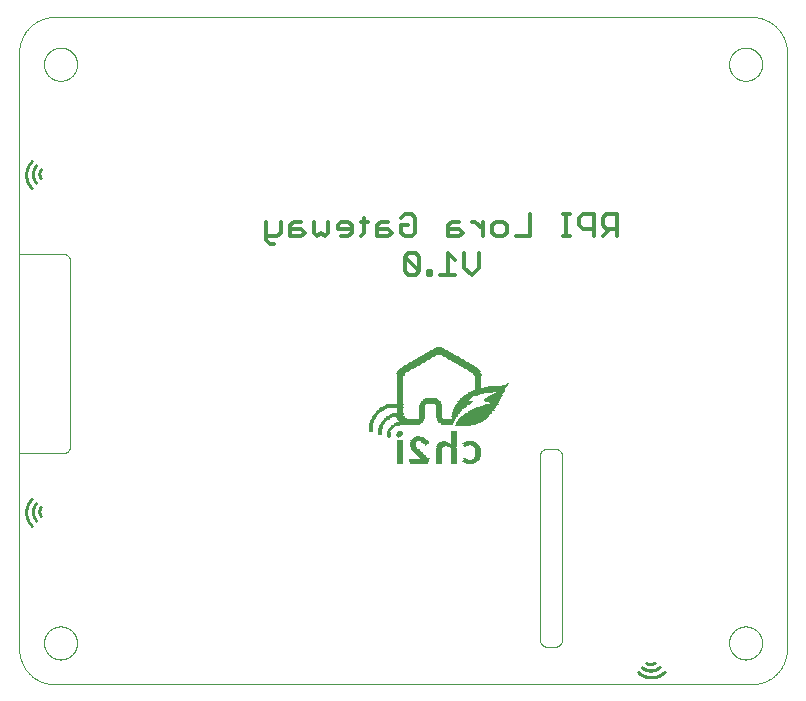
<source format=gbo>
G75*
%MOIN*%
%OFA0B0*%
%FSLAX25Y25*%
%IPPOS*%
%LPD*%
%AMOC8*
5,1,8,0,0,1.08239X$1,22.5*
%
%ADD10C,0.00000*%
%ADD11C,0.01300*%
%ADD12C,0.01000*%
%ADD13R,0.02990X0.00250*%
%ADD14R,0.02010X0.00250*%
%ADD15R,0.01990X0.00250*%
%ADD16R,0.06250X0.00250*%
%ADD17R,0.02000X0.00250*%
%ADD18R,0.03990X0.00250*%
%ADD19R,0.04750X0.00250*%
%ADD20R,0.05000X0.00250*%
%ADD21R,0.06500X0.00250*%
%ADD22R,0.05240X0.00250*%
%ADD23R,0.02500X0.00250*%
%ADD24R,0.01490X0.00250*%
%ADD25R,0.02240X0.00250*%
%ADD26R,0.00750X0.00250*%
%ADD27R,0.03010X0.00250*%
%ADD28R,0.00500X0.00250*%
%ADD29R,0.02760X0.00250*%
%ADD30R,0.01750X0.00250*%
%ADD31R,0.02510X0.00250*%
%ADD32R,0.02490X0.00250*%
%ADD33R,0.02260X0.00250*%
%ADD34R,0.00250X0.00250*%
%ADD35R,0.00740X0.00250*%
%ADD36R,0.03000X0.00250*%
%ADD37R,0.02750X0.00250*%
%ADD38R,0.01740X0.00250*%
%ADD39R,0.04990X0.00250*%
%ADD40R,0.00760X0.00250*%
%ADD41R,0.04000X0.00250*%
%ADD42R,0.01260X0.00250*%
%ADD43R,0.03500X0.00250*%
%ADD44R,0.01760X0.00250*%
%ADD45R,0.03740X0.00250*%
%ADD46R,0.02740X0.00250*%
%ADD47R,0.01510X0.00250*%
%ADD48R,0.05750X0.00250*%
%ADD49R,0.05250X0.00250*%
%ADD50R,0.04250X0.00250*%
%ADD51R,0.03490X0.00250*%
%ADD52R,0.01250X0.00250*%
%ADD53R,0.01010X0.00250*%
%ADD54R,0.02250X0.00250*%
%ADD55R,0.01500X0.00250*%
%ADD56R,0.01000X0.00250*%
%ADD57R,0.06740X0.00250*%
%ADD58R,0.03750X0.00250*%
%ADD59R,0.08990X0.00250*%
%ADD60R,0.07490X0.00250*%
%ADD61R,0.09000X0.00250*%
%ADD62R,0.07740X0.00250*%
%ADD63R,0.04500X0.00250*%
%ADD64R,0.08750X0.00250*%
%ADD65R,0.08240X0.00250*%
%ADD66R,0.05010X0.00250*%
%ADD67R,0.08000X0.00250*%
%ADD68R,0.08510X0.00250*%
%ADD69R,0.05260X0.00250*%
%ADD70R,0.08250X0.00250*%
%ADD71R,0.08500X0.00250*%
%ADD72R,0.04260X0.00250*%
%ADD73R,0.09010X0.00250*%
%ADD74R,0.03250X0.00250*%
%ADD75R,0.01240X0.00250*%
%ADD76R,0.05490X0.00250*%
%ADD77R,0.04490X0.00250*%
%ADD78R,0.08740X0.00250*%
%ADD79R,0.08010X0.00250*%
%ADD80R,0.07750X0.00250*%
%ADD81R,0.07240X0.00250*%
%ADD82R,0.07000X0.00250*%
%ADD83R,0.06760X0.00250*%
%ADD84R,0.06000X0.00250*%
%ADD85R,0.07250X0.00250*%
%ADD86R,0.05500X0.00250*%
%ADD87R,0.06750X0.00250*%
%ADD88R,0.04740X0.00250*%
%ADD89R,0.03260X0.00250*%
%ADD90R,0.05510X0.00250*%
%ADD91R,0.04010X0.00250*%
%ADD92R,0.04510X0.00250*%
%ADD93R,0.06510X0.00250*%
%ADD94R,0.11010X0.00250*%
%ADD95R,0.10490X0.00250*%
%ADD96R,0.10000X0.00250*%
%ADD97R,0.10250X0.00250*%
%ADD98R,0.07260X0.00250*%
%ADD99R,0.06010X0.00250*%
%ADD100R,0.00510X0.00250*%
%ADD101R,0.03760X0.00250*%
%ADD102R,0.04240X0.00250*%
%ADD103R,0.04760X0.00250*%
%ADD104R,0.10260X0.00250*%
%ADD105R,0.09240X0.00250*%
%ADD106R,0.05740X0.00250*%
D10*
X0067595Y0040744D02*
X0067595Y0239563D01*
X0067598Y0239848D01*
X0067609Y0240134D01*
X0067626Y0240419D01*
X0067650Y0240703D01*
X0067681Y0240987D01*
X0067719Y0241270D01*
X0067764Y0241551D01*
X0067815Y0241832D01*
X0067873Y0242112D01*
X0067938Y0242390D01*
X0068010Y0242666D01*
X0068088Y0242940D01*
X0068173Y0243213D01*
X0068265Y0243483D01*
X0068363Y0243751D01*
X0068467Y0244017D01*
X0068578Y0244280D01*
X0068695Y0244540D01*
X0068818Y0244798D01*
X0068948Y0245052D01*
X0069084Y0245303D01*
X0069225Y0245551D01*
X0069373Y0245795D01*
X0069526Y0246036D01*
X0069686Y0246272D01*
X0069851Y0246505D01*
X0070021Y0246734D01*
X0070197Y0246959D01*
X0070379Y0247179D01*
X0070565Y0247395D01*
X0070757Y0247606D01*
X0070954Y0247813D01*
X0071156Y0248015D01*
X0071363Y0248212D01*
X0071574Y0248404D01*
X0071790Y0248590D01*
X0072010Y0248772D01*
X0072235Y0248948D01*
X0072464Y0249118D01*
X0072697Y0249283D01*
X0072933Y0249443D01*
X0073174Y0249596D01*
X0073418Y0249744D01*
X0073666Y0249885D01*
X0073917Y0250021D01*
X0074171Y0250151D01*
X0074429Y0250274D01*
X0074689Y0250391D01*
X0074952Y0250502D01*
X0075218Y0250606D01*
X0075486Y0250704D01*
X0075756Y0250796D01*
X0076029Y0250881D01*
X0076303Y0250959D01*
X0076579Y0251031D01*
X0076857Y0251096D01*
X0077137Y0251154D01*
X0077418Y0251205D01*
X0077699Y0251250D01*
X0077982Y0251288D01*
X0078266Y0251319D01*
X0078550Y0251343D01*
X0078835Y0251360D01*
X0079121Y0251371D01*
X0079406Y0251374D01*
X0311690Y0251374D01*
X0311975Y0251371D01*
X0312261Y0251360D01*
X0312546Y0251343D01*
X0312830Y0251319D01*
X0313114Y0251288D01*
X0313397Y0251250D01*
X0313678Y0251205D01*
X0313959Y0251154D01*
X0314239Y0251096D01*
X0314517Y0251031D01*
X0314793Y0250959D01*
X0315067Y0250881D01*
X0315340Y0250796D01*
X0315610Y0250704D01*
X0315878Y0250606D01*
X0316144Y0250502D01*
X0316407Y0250391D01*
X0316667Y0250274D01*
X0316925Y0250151D01*
X0317179Y0250021D01*
X0317430Y0249885D01*
X0317678Y0249744D01*
X0317922Y0249596D01*
X0318163Y0249443D01*
X0318399Y0249283D01*
X0318632Y0249118D01*
X0318861Y0248948D01*
X0319086Y0248772D01*
X0319306Y0248590D01*
X0319522Y0248404D01*
X0319733Y0248212D01*
X0319940Y0248015D01*
X0320142Y0247813D01*
X0320339Y0247606D01*
X0320531Y0247395D01*
X0320717Y0247179D01*
X0320899Y0246959D01*
X0321075Y0246734D01*
X0321245Y0246505D01*
X0321410Y0246272D01*
X0321570Y0246036D01*
X0321723Y0245795D01*
X0321871Y0245551D01*
X0322012Y0245303D01*
X0322148Y0245052D01*
X0322278Y0244798D01*
X0322401Y0244540D01*
X0322518Y0244280D01*
X0322629Y0244017D01*
X0322733Y0243751D01*
X0322831Y0243483D01*
X0322923Y0243213D01*
X0323008Y0242940D01*
X0323086Y0242666D01*
X0323158Y0242390D01*
X0323223Y0242112D01*
X0323281Y0241832D01*
X0323332Y0241551D01*
X0323377Y0241270D01*
X0323415Y0240987D01*
X0323446Y0240703D01*
X0323470Y0240419D01*
X0323487Y0240134D01*
X0323498Y0239848D01*
X0323501Y0239563D01*
X0323501Y0040744D01*
X0323498Y0040459D01*
X0323487Y0040173D01*
X0323470Y0039888D01*
X0323446Y0039604D01*
X0323415Y0039320D01*
X0323377Y0039037D01*
X0323332Y0038756D01*
X0323281Y0038475D01*
X0323223Y0038195D01*
X0323158Y0037917D01*
X0323086Y0037641D01*
X0323008Y0037367D01*
X0322923Y0037094D01*
X0322831Y0036824D01*
X0322733Y0036556D01*
X0322629Y0036290D01*
X0322518Y0036027D01*
X0322401Y0035767D01*
X0322278Y0035509D01*
X0322148Y0035255D01*
X0322012Y0035004D01*
X0321871Y0034756D01*
X0321723Y0034512D01*
X0321570Y0034271D01*
X0321410Y0034035D01*
X0321245Y0033802D01*
X0321075Y0033573D01*
X0320899Y0033348D01*
X0320717Y0033128D01*
X0320531Y0032912D01*
X0320339Y0032701D01*
X0320142Y0032494D01*
X0319940Y0032292D01*
X0319733Y0032095D01*
X0319522Y0031903D01*
X0319306Y0031717D01*
X0319086Y0031535D01*
X0318861Y0031359D01*
X0318632Y0031189D01*
X0318399Y0031024D01*
X0318163Y0030864D01*
X0317922Y0030711D01*
X0317678Y0030563D01*
X0317430Y0030422D01*
X0317179Y0030286D01*
X0316925Y0030156D01*
X0316667Y0030033D01*
X0316407Y0029916D01*
X0316144Y0029805D01*
X0315878Y0029701D01*
X0315610Y0029603D01*
X0315340Y0029511D01*
X0315067Y0029426D01*
X0314793Y0029348D01*
X0314517Y0029276D01*
X0314239Y0029211D01*
X0313959Y0029153D01*
X0313678Y0029102D01*
X0313397Y0029057D01*
X0313114Y0029019D01*
X0312830Y0028988D01*
X0312546Y0028964D01*
X0312261Y0028947D01*
X0311975Y0028936D01*
X0311690Y0028933D01*
X0079406Y0028933D01*
X0079121Y0028936D01*
X0078835Y0028947D01*
X0078550Y0028964D01*
X0078266Y0028988D01*
X0077982Y0029019D01*
X0077699Y0029057D01*
X0077418Y0029102D01*
X0077137Y0029153D01*
X0076857Y0029211D01*
X0076579Y0029276D01*
X0076303Y0029348D01*
X0076029Y0029426D01*
X0075756Y0029511D01*
X0075486Y0029603D01*
X0075218Y0029701D01*
X0074952Y0029805D01*
X0074689Y0029916D01*
X0074429Y0030033D01*
X0074171Y0030156D01*
X0073917Y0030286D01*
X0073666Y0030422D01*
X0073418Y0030563D01*
X0073174Y0030711D01*
X0072933Y0030864D01*
X0072697Y0031024D01*
X0072464Y0031189D01*
X0072235Y0031359D01*
X0072010Y0031535D01*
X0071790Y0031717D01*
X0071574Y0031903D01*
X0071363Y0032095D01*
X0071156Y0032292D01*
X0070954Y0032494D01*
X0070757Y0032701D01*
X0070565Y0032912D01*
X0070379Y0033128D01*
X0070197Y0033348D01*
X0070021Y0033573D01*
X0069851Y0033802D01*
X0069686Y0034035D01*
X0069526Y0034271D01*
X0069373Y0034512D01*
X0069225Y0034756D01*
X0069084Y0035004D01*
X0068948Y0035255D01*
X0068818Y0035509D01*
X0068695Y0035767D01*
X0068578Y0036027D01*
X0068467Y0036290D01*
X0068363Y0036556D01*
X0068265Y0036824D01*
X0068173Y0037094D01*
X0068088Y0037367D01*
X0068010Y0037641D01*
X0067938Y0037917D01*
X0067873Y0038195D01*
X0067815Y0038475D01*
X0067764Y0038756D01*
X0067719Y0039037D01*
X0067681Y0039320D01*
X0067650Y0039604D01*
X0067626Y0039888D01*
X0067609Y0040173D01*
X0067598Y0040459D01*
X0067595Y0040744D01*
X0075863Y0042713D02*
X0075865Y0042861D01*
X0075871Y0043009D01*
X0075881Y0043157D01*
X0075895Y0043304D01*
X0075913Y0043451D01*
X0075934Y0043597D01*
X0075960Y0043743D01*
X0075990Y0043888D01*
X0076023Y0044032D01*
X0076061Y0044175D01*
X0076102Y0044317D01*
X0076147Y0044458D01*
X0076195Y0044598D01*
X0076248Y0044737D01*
X0076304Y0044874D01*
X0076364Y0045009D01*
X0076427Y0045143D01*
X0076494Y0045275D01*
X0076565Y0045405D01*
X0076639Y0045533D01*
X0076716Y0045659D01*
X0076797Y0045783D01*
X0076881Y0045905D01*
X0076968Y0046024D01*
X0077059Y0046141D01*
X0077153Y0046256D01*
X0077249Y0046368D01*
X0077349Y0046478D01*
X0077451Y0046584D01*
X0077557Y0046688D01*
X0077665Y0046789D01*
X0077776Y0046887D01*
X0077889Y0046983D01*
X0078005Y0047075D01*
X0078123Y0047164D01*
X0078244Y0047249D01*
X0078367Y0047332D01*
X0078492Y0047411D01*
X0078619Y0047487D01*
X0078748Y0047559D01*
X0078879Y0047628D01*
X0079012Y0047693D01*
X0079147Y0047754D01*
X0079283Y0047812D01*
X0079420Y0047867D01*
X0079559Y0047917D01*
X0079700Y0047964D01*
X0079841Y0048007D01*
X0079984Y0048047D01*
X0080128Y0048082D01*
X0080272Y0048114D01*
X0080418Y0048141D01*
X0080564Y0048165D01*
X0080711Y0048185D01*
X0080858Y0048201D01*
X0081005Y0048213D01*
X0081153Y0048221D01*
X0081301Y0048225D01*
X0081449Y0048225D01*
X0081597Y0048221D01*
X0081745Y0048213D01*
X0081892Y0048201D01*
X0082039Y0048185D01*
X0082186Y0048165D01*
X0082332Y0048141D01*
X0082478Y0048114D01*
X0082622Y0048082D01*
X0082766Y0048047D01*
X0082909Y0048007D01*
X0083050Y0047964D01*
X0083191Y0047917D01*
X0083330Y0047867D01*
X0083467Y0047812D01*
X0083603Y0047754D01*
X0083738Y0047693D01*
X0083871Y0047628D01*
X0084002Y0047559D01*
X0084131Y0047487D01*
X0084258Y0047411D01*
X0084383Y0047332D01*
X0084506Y0047249D01*
X0084627Y0047164D01*
X0084745Y0047075D01*
X0084861Y0046983D01*
X0084974Y0046887D01*
X0085085Y0046789D01*
X0085193Y0046688D01*
X0085299Y0046584D01*
X0085401Y0046478D01*
X0085501Y0046368D01*
X0085597Y0046256D01*
X0085691Y0046141D01*
X0085782Y0046024D01*
X0085869Y0045905D01*
X0085953Y0045783D01*
X0086034Y0045659D01*
X0086111Y0045533D01*
X0086185Y0045405D01*
X0086256Y0045275D01*
X0086323Y0045143D01*
X0086386Y0045009D01*
X0086446Y0044874D01*
X0086502Y0044737D01*
X0086555Y0044598D01*
X0086603Y0044458D01*
X0086648Y0044317D01*
X0086689Y0044175D01*
X0086727Y0044032D01*
X0086760Y0043888D01*
X0086790Y0043743D01*
X0086816Y0043597D01*
X0086837Y0043451D01*
X0086855Y0043304D01*
X0086869Y0043157D01*
X0086879Y0043009D01*
X0086885Y0042861D01*
X0086887Y0042713D01*
X0086885Y0042565D01*
X0086879Y0042417D01*
X0086869Y0042269D01*
X0086855Y0042122D01*
X0086837Y0041975D01*
X0086816Y0041829D01*
X0086790Y0041683D01*
X0086760Y0041538D01*
X0086727Y0041394D01*
X0086689Y0041251D01*
X0086648Y0041109D01*
X0086603Y0040968D01*
X0086555Y0040828D01*
X0086502Y0040689D01*
X0086446Y0040552D01*
X0086386Y0040417D01*
X0086323Y0040283D01*
X0086256Y0040151D01*
X0086185Y0040021D01*
X0086111Y0039893D01*
X0086034Y0039767D01*
X0085953Y0039643D01*
X0085869Y0039521D01*
X0085782Y0039402D01*
X0085691Y0039285D01*
X0085597Y0039170D01*
X0085501Y0039058D01*
X0085401Y0038948D01*
X0085299Y0038842D01*
X0085193Y0038738D01*
X0085085Y0038637D01*
X0084974Y0038539D01*
X0084861Y0038443D01*
X0084745Y0038351D01*
X0084627Y0038262D01*
X0084506Y0038177D01*
X0084383Y0038094D01*
X0084258Y0038015D01*
X0084131Y0037939D01*
X0084002Y0037867D01*
X0083871Y0037798D01*
X0083738Y0037733D01*
X0083603Y0037672D01*
X0083467Y0037614D01*
X0083330Y0037559D01*
X0083191Y0037509D01*
X0083050Y0037462D01*
X0082909Y0037419D01*
X0082766Y0037379D01*
X0082622Y0037344D01*
X0082478Y0037312D01*
X0082332Y0037285D01*
X0082186Y0037261D01*
X0082039Y0037241D01*
X0081892Y0037225D01*
X0081745Y0037213D01*
X0081597Y0037205D01*
X0081449Y0037201D01*
X0081301Y0037201D01*
X0081153Y0037205D01*
X0081005Y0037213D01*
X0080858Y0037225D01*
X0080711Y0037241D01*
X0080564Y0037261D01*
X0080418Y0037285D01*
X0080272Y0037312D01*
X0080128Y0037344D01*
X0079984Y0037379D01*
X0079841Y0037419D01*
X0079700Y0037462D01*
X0079559Y0037509D01*
X0079420Y0037559D01*
X0079283Y0037614D01*
X0079147Y0037672D01*
X0079012Y0037733D01*
X0078879Y0037798D01*
X0078748Y0037867D01*
X0078619Y0037939D01*
X0078492Y0038015D01*
X0078367Y0038094D01*
X0078244Y0038177D01*
X0078123Y0038262D01*
X0078005Y0038351D01*
X0077889Y0038443D01*
X0077776Y0038539D01*
X0077665Y0038637D01*
X0077557Y0038738D01*
X0077451Y0038842D01*
X0077349Y0038948D01*
X0077249Y0039058D01*
X0077153Y0039170D01*
X0077059Y0039285D01*
X0076968Y0039402D01*
X0076881Y0039521D01*
X0076797Y0039643D01*
X0076716Y0039767D01*
X0076639Y0039893D01*
X0076565Y0040021D01*
X0076494Y0040151D01*
X0076427Y0040283D01*
X0076364Y0040417D01*
X0076304Y0040552D01*
X0076248Y0040689D01*
X0076195Y0040828D01*
X0076147Y0040968D01*
X0076102Y0041109D01*
X0076061Y0041251D01*
X0076023Y0041394D01*
X0075990Y0041538D01*
X0075960Y0041683D01*
X0075934Y0041829D01*
X0075913Y0041975D01*
X0075895Y0042122D01*
X0075881Y0042269D01*
X0075871Y0042417D01*
X0075865Y0042565D01*
X0075863Y0042713D01*
X0082095Y0105933D02*
X0067595Y0105933D01*
X0067595Y0106433D01*
X0082095Y0105933D02*
X0082193Y0105935D01*
X0082291Y0105941D01*
X0082389Y0105950D01*
X0082486Y0105964D01*
X0082583Y0105981D01*
X0082679Y0106002D01*
X0082774Y0106027D01*
X0082868Y0106055D01*
X0082960Y0106088D01*
X0083052Y0106123D01*
X0083142Y0106163D01*
X0083230Y0106205D01*
X0083317Y0106252D01*
X0083401Y0106301D01*
X0083484Y0106354D01*
X0083564Y0106410D01*
X0083643Y0106470D01*
X0083719Y0106532D01*
X0083792Y0106597D01*
X0083863Y0106665D01*
X0083931Y0106736D01*
X0083996Y0106809D01*
X0084058Y0106885D01*
X0084118Y0106964D01*
X0084174Y0107044D01*
X0084227Y0107127D01*
X0084276Y0107211D01*
X0084323Y0107298D01*
X0084365Y0107386D01*
X0084405Y0107476D01*
X0084440Y0107568D01*
X0084473Y0107660D01*
X0084501Y0107754D01*
X0084526Y0107849D01*
X0084547Y0107945D01*
X0084564Y0108042D01*
X0084578Y0108139D01*
X0084587Y0108237D01*
X0084593Y0108335D01*
X0084595Y0108433D01*
X0084595Y0169933D01*
X0084593Y0170031D01*
X0084587Y0170129D01*
X0084578Y0170227D01*
X0084564Y0170324D01*
X0084547Y0170421D01*
X0084526Y0170517D01*
X0084501Y0170612D01*
X0084473Y0170706D01*
X0084440Y0170798D01*
X0084405Y0170890D01*
X0084365Y0170980D01*
X0084323Y0171068D01*
X0084276Y0171155D01*
X0084227Y0171239D01*
X0084174Y0171322D01*
X0084118Y0171402D01*
X0084058Y0171481D01*
X0083996Y0171557D01*
X0083931Y0171630D01*
X0083863Y0171701D01*
X0083792Y0171769D01*
X0083719Y0171834D01*
X0083643Y0171896D01*
X0083564Y0171956D01*
X0083484Y0172012D01*
X0083401Y0172065D01*
X0083317Y0172114D01*
X0083230Y0172161D01*
X0083142Y0172203D01*
X0083052Y0172243D01*
X0082960Y0172278D01*
X0082868Y0172311D01*
X0082774Y0172339D01*
X0082679Y0172364D01*
X0082583Y0172385D01*
X0082486Y0172402D01*
X0082389Y0172416D01*
X0082291Y0172425D01*
X0082193Y0172431D01*
X0082095Y0172433D01*
X0067595Y0172433D01*
X0075863Y0235626D02*
X0075865Y0235774D01*
X0075871Y0235922D01*
X0075881Y0236070D01*
X0075895Y0236217D01*
X0075913Y0236364D01*
X0075934Y0236510D01*
X0075960Y0236656D01*
X0075990Y0236801D01*
X0076023Y0236945D01*
X0076061Y0237088D01*
X0076102Y0237230D01*
X0076147Y0237371D01*
X0076195Y0237511D01*
X0076248Y0237650D01*
X0076304Y0237787D01*
X0076364Y0237922D01*
X0076427Y0238056D01*
X0076494Y0238188D01*
X0076565Y0238318D01*
X0076639Y0238446D01*
X0076716Y0238572D01*
X0076797Y0238696D01*
X0076881Y0238818D01*
X0076968Y0238937D01*
X0077059Y0239054D01*
X0077153Y0239169D01*
X0077249Y0239281D01*
X0077349Y0239391D01*
X0077451Y0239497D01*
X0077557Y0239601D01*
X0077665Y0239702D01*
X0077776Y0239800D01*
X0077889Y0239896D01*
X0078005Y0239988D01*
X0078123Y0240077D01*
X0078244Y0240162D01*
X0078367Y0240245D01*
X0078492Y0240324D01*
X0078619Y0240400D01*
X0078748Y0240472D01*
X0078879Y0240541D01*
X0079012Y0240606D01*
X0079147Y0240667D01*
X0079283Y0240725D01*
X0079420Y0240780D01*
X0079559Y0240830D01*
X0079700Y0240877D01*
X0079841Y0240920D01*
X0079984Y0240960D01*
X0080128Y0240995D01*
X0080272Y0241027D01*
X0080418Y0241054D01*
X0080564Y0241078D01*
X0080711Y0241098D01*
X0080858Y0241114D01*
X0081005Y0241126D01*
X0081153Y0241134D01*
X0081301Y0241138D01*
X0081449Y0241138D01*
X0081597Y0241134D01*
X0081745Y0241126D01*
X0081892Y0241114D01*
X0082039Y0241098D01*
X0082186Y0241078D01*
X0082332Y0241054D01*
X0082478Y0241027D01*
X0082622Y0240995D01*
X0082766Y0240960D01*
X0082909Y0240920D01*
X0083050Y0240877D01*
X0083191Y0240830D01*
X0083330Y0240780D01*
X0083467Y0240725D01*
X0083603Y0240667D01*
X0083738Y0240606D01*
X0083871Y0240541D01*
X0084002Y0240472D01*
X0084131Y0240400D01*
X0084258Y0240324D01*
X0084383Y0240245D01*
X0084506Y0240162D01*
X0084627Y0240077D01*
X0084745Y0239988D01*
X0084861Y0239896D01*
X0084974Y0239800D01*
X0085085Y0239702D01*
X0085193Y0239601D01*
X0085299Y0239497D01*
X0085401Y0239391D01*
X0085501Y0239281D01*
X0085597Y0239169D01*
X0085691Y0239054D01*
X0085782Y0238937D01*
X0085869Y0238818D01*
X0085953Y0238696D01*
X0086034Y0238572D01*
X0086111Y0238446D01*
X0086185Y0238318D01*
X0086256Y0238188D01*
X0086323Y0238056D01*
X0086386Y0237922D01*
X0086446Y0237787D01*
X0086502Y0237650D01*
X0086555Y0237511D01*
X0086603Y0237371D01*
X0086648Y0237230D01*
X0086689Y0237088D01*
X0086727Y0236945D01*
X0086760Y0236801D01*
X0086790Y0236656D01*
X0086816Y0236510D01*
X0086837Y0236364D01*
X0086855Y0236217D01*
X0086869Y0236070D01*
X0086879Y0235922D01*
X0086885Y0235774D01*
X0086887Y0235626D01*
X0086885Y0235478D01*
X0086879Y0235330D01*
X0086869Y0235182D01*
X0086855Y0235035D01*
X0086837Y0234888D01*
X0086816Y0234742D01*
X0086790Y0234596D01*
X0086760Y0234451D01*
X0086727Y0234307D01*
X0086689Y0234164D01*
X0086648Y0234022D01*
X0086603Y0233881D01*
X0086555Y0233741D01*
X0086502Y0233602D01*
X0086446Y0233465D01*
X0086386Y0233330D01*
X0086323Y0233196D01*
X0086256Y0233064D01*
X0086185Y0232934D01*
X0086111Y0232806D01*
X0086034Y0232680D01*
X0085953Y0232556D01*
X0085869Y0232434D01*
X0085782Y0232315D01*
X0085691Y0232198D01*
X0085597Y0232083D01*
X0085501Y0231971D01*
X0085401Y0231861D01*
X0085299Y0231755D01*
X0085193Y0231651D01*
X0085085Y0231550D01*
X0084974Y0231452D01*
X0084861Y0231356D01*
X0084745Y0231264D01*
X0084627Y0231175D01*
X0084506Y0231090D01*
X0084383Y0231007D01*
X0084258Y0230928D01*
X0084131Y0230852D01*
X0084002Y0230780D01*
X0083871Y0230711D01*
X0083738Y0230646D01*
X0083603Y0230585D01*
X0083467Y0230527D01*
X0083330Y0230472D01*
X0083191Y0230422D01*
X0083050Y0230375D01*
X0082909Y0230332D01*
X0082766Y0230292D01*
X0082622Y0230257D01*
X0082478Y0230225D01*
X0082332Y0230198D01*
X0082186Y0230174D01*
X0082039Y0230154D01*
X0081892Y0230138D01*
X0081745Y0230126D01*
X0081597Y0230118D01*
X0081449Y0230114D01*
X0081301Y0230114D01*
X0081153Y0230118D01*
X0081005Y0230126D01*
X0080858Y0230138D01*
X0080711Y0230154D01*
X0080564Y0230174D01*
X0080418Y0230198D01*
X0080272Y0230225D01*
X0080128Y0230257D01*
X0079984Y0230292D01*
X0079841Y0230332D01*
X0079700Y0230375D01*
X0079559Y0230422D01*
X0079420Y0230472D01*
X0079283Y0230527D01*
X0079147Y0230585D01*
X0079012Y0230646D01*
X0078879Y0230711D01*
X0078748Y0230780D01*
X0078619Y0230852D01*
X0078492Y0230928D01*
X0078367Y0231007D01*
X0078244Y0231090D01*
X0078123Y0231175D01*
X0078005Y0231264D01*
X0077889Y0231356D01*
X0077776Y0231452D01*
X0077665Y0231550D01*
X0077557Y0231651D01*
X0077451Y0231755D01*
X0077349Y0231861D01*
X0077249Y0231971D01*
X0077153Y0232083D01*
X0077059Y0232198D01*
X0076968Y0232315D01*
X0076881Y0232434D01*
X0076797Y0232556D01*
X0076716Y0232680D01*
X0076639Y0232806D01*
X0076565Y0232934D01*
X0076494Y0233064D01*
X0076427Y0233196D01*
X0076364Y0233330D01*
X0076304Y0233465D01*
X0076248Y0233602D01*
X0076195Y0233741D01*
X0076147Y0233881D01*
X0076102Y0234022D01*
X0076061Y0234164D01*
X0076023Y0234307D01*
X0075990Y0234451D01*
X0075960Y0234596D01*
X0075934Y0234742D01*
X0075913Y0234888D01*
X0075895Y0235035D01*
X0075881Y0235182D01*
X0075871Y0235330D01*
X0075865Y0235478D01*
X0075863Y0235626D01*
X0241095Y0104933D02*
X0241095Y0043933D01*
X0241097Y0043835D01*
X0241103Y0043737D01*
X0241112Y0043639D01*
X0241126Y0043542D01*
X0241143Y0043445D01*
X0241164Y0043349D01*
X0241189Y0043254D01*
X0241217Y0043160D01*
X0241250Y0043068D01*
X0241285Y0042976D01*
X0241325Y0042886D01*
X0241367Y0042798D01*
X0241414Y0042711D01*
X0241463Y0042627D01*
X0241516Y0042544D01*
X0241572Y0042464D01*
X0241632Y0042385D01*
X0241694Y0042309D01*
X0241759Y0042236D01*
X0241827Y0042165D01*
X0241898Y0042097D01*
X0241971Y0042032D01*
X0242047Y0041970D01*
X0242126Y0041910D01*
X0242206Y0041854D01*
X0242289Y0041801D01*
X0242373Y0041752D01*
X0242460Y0041705D01*
X0242548Y0041663D01*
X0242638Y0041623D01*
X0242730Y0041588D01*
X0242822Y0041555D01*
X0242916Y0041527D01*
X0243011Y0041502D01*
X0243107Y0041481D01*
X0243204Y0041464D01*
X0243301Y0041450D01*
X0243399Y0041441D01*
X0243497Y0041435D01*
X0243595Y0041433D01*
X0246095Y0041433D01*
X0246193Y0041435D01*
X0246291Y0041441D01*
X0246389Y0041450D01*
X0246486Y0041464D01*
X0246583Y0041481D01*
X0246679Y0041502D01*
X0246774Y0041527D01*
X0246868Y0041555D01*
X0246960Y0041588D01*
X0247052Y0041623D01*
X0247142Y0041663D01*
X0247230Y0041705D01*
X0247317Y0041752D01*
X0247401Y0041801D01*
X0247484Y0041854D01*
X0247564Y0041910D01*
X0247643Y0041970D01*
X0247719Y0042032D01*
X0247792Y0042097D01*
X0247863Y0042165D01*
X0247931Y0042236D01*
X0247996Y0042309D01*
X0248058Y0042385D01*
X0248118Y0042464D01*
X0248174Y0042544D01*
X0248227Y0042627D01*
X0248276Y0042711D01*
X0248323Y0042798D01*
X0248365Y0042886D01*
X0248405Y0042976D01*
X0248440Y0043068D01*
X0248473Y0043160D01*
X0248501Y0043254D01*
X0248526Y0043349D01*
X0248547Y0043445D01*
X0248564Y0043542D01*
X0248578Y0043639D01*
X0248587Y0043737D01*
X0248593Y0043835D01*
X0248595Y0043933D01*
X0248595Y0104933D01*
X0248593Y0105031D01*
X0248587Y0105129D01*
X0248578Y0105227D01*
X0248564Y0105324D01*
X0248547Y0105421D01*
X0248526Y0105517D01*
X0248501Y0105612D01*
X0248473Y0105706D01*
X0248440Y0105798D01*
X0248405Y0105890D01*
X0248365Y0105980D01*
X0248323Y0106068D01*
X0248276Y0106155D01*
X0248227Y0106239D01*
X0248174Y0106322D01*
X0248118Y0106402D01*
X0248058Y0106481D01*
X0247996Y0106557D01*
X0247931Y0106630D01*
X0247863Y0106701D01*
X0247792Y0106769D01*
X0247719Y0106834D01*
X0247643Y0106896D01*
X0247564Y0106956D01*
X0247484Y0107012D01*
X0247401Y0107065D01*
X0247317Y0107114D01*
X0247230Y0107161D01*
X0247142Y0107203D01*
X0247052Y0107243D01*
X0246960Y0107278D01*
X0246868Y0107311D01*
X0246774Y0107339D01*
X0246679Y0107364D01*
X0246583Y0107385D01*
X0246486Y0107402D01*
X0246389Y0107416D01*
X0246291Y0107425D01*
X0246193Y0107431D01*
X0246095Y0107433D01*
X0243595Y0107433D01*
X0243497Y0107431D01*
X0243399Y0107425D01*
X0243301Y0107416D01*
X0243204Y0107402D01*
X0243107Y0107385D01*
X0243011Y0107364D01*
X0242916Y0107339D01*
X0242822Y0107311D01*
X0242730Y0107278D01*
X0242638Y0107243D01*
X0242548Y0107203D01*
X0242460Y0107161D01*
X0242373Y0107114D01*
X0242289Y0107065D01*
X0242206Y0107012D01*
X0242126Y0106956D01*
X0242047Y0106896D01*
X0241971Y0106834D01*
X0241898Y0106769D01*
X0241827Y0106701D01*
X0241759Y0106630D01*
X0241694Y0106557D01*
X0241632Y0106481D01*
X0241572Y0106402D01*
X0241516Y0106322D01*
X0241463Y0106239D01*
X0241414Y0106155D01*
X0241367Y0106068D01*
X0241325Y0105980D01*
X0241285Y0105890D01*
X0241250Y0105798D01*
X0241217Y0105706D01*
X0241189Y0105612D01*
X0241164Y0105517D01*
X0241143Y0105421D01*
X0241126Y0105324D01*
X0241112Y0105227D01*
X0241103Y0105129D01*
X0241097Y0105031D01*
X0241095Y0104933D01*
X0304209Y0042713D02*
X0304211Y0042861D01*
X0304217Y0043009D01*
X0304227Y0043157D01*
X0304241Y0043304D01*
X0304259Y0043451D01*
X0304280Y0043597D01*
X0304306Y0043743D01*
X0304336Y0043888D01*
X0304369Y0044032D01*
X0304407Y0044175D01*
X0304448Y0044317D01*
X0304493Y0044458D01*
X0304541Y0044598D01*
X0304594Y0044737D01*
X0304650Y0044874D01*
X0304710Y0045009D01*
X0304773Y0045143D01*
X0304840Y0045275D01*
X0304911Y0045405D01*
X0304985Y0045533D01*
X0305062Y0045659D01*
X0305143Y0045783D01*
X0305227Y0045905D01*
X0305314Y0046024D01*
X0305405Y0046141D01*
X0305499Y0046256D01*
X0305595Y0046368D01*
X0305695Y0046478D01*
X0305797Y0046584D01*
X0305903Y0046688D01*
X0306011Y0046789D01*
X0306122Y0046887D01*
X0306235Y0046983D01*
X0306351Y0047075D01*
X0306469Y0047164D01*
X0306590Y0047249D01*
X0306713Y0047332D01*
X0306838Y0047411D01*
X0306965Y0047487D01*
X0307094Y0047559D01*
X0307225Y0047628D01*
X0307358Y0047693D01*
X0307493Y0047754D01*
X0307629Y0047812D01*
X0307766Y0047867D01*
X0307905Y0047917D01*
X0308046Y0047964D01*
X0308187Y0048007D01*
X0308330Y0048047D01*
X0308474Y0048082D01*
X0308618Y0048114D01*
X0308764Y0048141D01*
X0308910Y0048165D01*
X0309057Y0048185D01*
X0309204Y0048201D01*
X0309351Y0048213D01*
X0309499Y0048221D01*
X0309647Y0048225D01*
X0309795Y0048225D01*
X0309943Y0048221D01*
X0310091Y0048213D01*
X0310238Y0048201D01*
X0310385Y0048185D01*
X0310532Y0048165D01*
X0310678Y0048141D01*
X0310824Y0048114D01*
X0310968Y0048082D01*
X0311112Y0048047D01*
X0311255Y0048007D01*
X0311396Y0047964D01*
X0311537Y0047917D01*
X0311676Y0047867D01*
X0311813Y0047812D01*
X0311949Y0047754D01*
X0312084Y0047693D01*
X0312217Y0047628D01*
X0312348Y0047559D01*
X0312477Y0047487D01*
X0312604Y0047411D01*
X0312729Y0047332D01*
X0312852Y0047249D01*
X0312973Y0047164D01*
X0313091Y0047075D01*
X0313207Y0046983D01*
X0313320Y0046887D01*
X0313431Y0046789D01*
X0313539Y0046688D01*
X0313645Y0046584D01*
X0313747Y0046478D01*
X0313847Y0046368D01*
X0313943Y0046256D01*
X0314037Y0046141D01*
X0314128Y0046024D01*
X0314215Y0045905D01*
X0314299Y0045783D01*
X0314380Y0045659D01*
X0314457Y0045533D01*
X0314531Y0045405D01*
X0314602Y0045275D01*
X0314669Y0045143D01*
X0314732Y0045009D01*
X0314792Y0044874D01*
X0314848Y0044737D01*
X0314901Y0044598D01*
X0314949Y0044458D01*
X0314994Y0044317D01*
X0315035Y0044175D01*
X0315073Y0044032D01*
X0315106Y0043888D01*
X0315136Y0043743D01*
X0315162Y0043597D01*
X0315183Y0043451D01*
X0315201Y0043304D01*
X0315215Y0043157D01*
X0315225Y0043009D01*
X0315231Y0042861D01*
X0315233Y0042713D01*
X0315231Y0042565D01*
X0315225Y0042417D01*
X0315215Y0042269D01*
X0315201Y0042122D01*
X0315183Y0041975D01*
X0315162Y0041829D01*
X0315136Y0041683D01*
X0315106Y0041538D01*
X0315073Y0041394D01*
X0315035Y0041251D01*
X0314994Y0041109D01*
X0314949Y0040968D01*
X0314901Y0040828D01*
X0314848Y0040689D01*
X0314792Y0040552D01*
X0314732Y0040417D01*
X0314669Y0040283D01*
X0314602Y0040151D01*
X0314531Y0040021D01*
X0314457Y0039893D01*
X0314380Y0039767D01*
X0314299Y0039643D01*
X0314215Y0039521D01*
X0314128Y0039402D01*
X0314037Y0039285D01*
X0313943Y0039170D01*
X0313847Y0039058D01*
X0313747Y0038948D01*
X0313645Y0038842D01*
X0313539Y0038738D01*
X0313431Y0038637D01*
X0313320Y0038539D01*
X0313207Y0038443D01*
X0313091Y0038351D01*
X0312973Y0038262D01*
X0312852Y0038177D01*
X0312729Y0038094D01*
X0312604Y0038015D01*
X0312477Y0037939D01*
X0312348Y0037867D01*
X0312217Y0037798D01*
X0312084Y0037733D01*
X0311949Y0037672D01*
X0311813Y0037614D01*
X0311676Y0037559D01*
X0311537Y0037509D01*
X0311396Y0037462D01*
X0311255Y0037419D01*
X0311112Y0037379D01*
X0310968Y0037344D01*
X0310824Y0037312D01*
X0310678Y0037285D01*
X0310532Y0037261D01*
X0310385Y0037241D01*
X0310238Y0037225D01*
X0310091Y0037213D01*
X0309943Y0037205D01*
X0309795Y0037201D01*
X0309647Y0037201D01*
X0309499Y0037205D01*
X0309351Y0037213D01*
X0309204Y0037225D01*
X0309057Y0037241D01*
X0308910Y0037261D01*
X0308764Y0037285D01*
X0308618Y0037312D01*
X0308474Y0037344D01*
X0308330Y0037379D01*
X0308187Y0037419D01*
X0308046Y0037462D01*
X0307905Y0037509D01*
X0307766Y0037559D01*
X0307629Y0037614D01*
X0307493Y0037672D01*
X0307358Y0037733D01*
X0307225Y0037798D01*
X0307094Y0037867D01*
X0306965Y0037939D01*
X0306838Y0038015D01*
X0306713Y0038094D01*
X0306590Y0038177D01*
X0306469Y0038262D01*
X0306351Y0038351D01*
X0306235Y0038443D01*
X0306122Y0038539D01*
X0306011Y0038637D01*
X0305903Y0038738D01*
X0305797Y0038842D01*
X0305695Y0038948D01*
X0305595Y0039058D01*
X0305499Y0039170D01*
X0305405Y0039285D01*
X0305314Y0039402D01*
X0305227Y0039521D01*
X0305143Y0039643D01*
X0305062Y0039767D01*
X0304985Y0039893D01*
X0304911Y0040021D01*
X0304840Y0040151D01*
X0304773Y0040283D01*
X0304710Y0040417D01*
X0304650Y0040552D01*
X0304594Y0040689D01*
X0304541Y0040828D01*
X0304493Y0040968D01*
X0304448Y0041109D01*
X0304407Y0041251D01*
X0304369Y0041394D01*
X0304336Y0041538D01*
X0304306Y0041683D01*
X0304280Y0041829D01*
X0304259Y0041975D01*
X0304241Y0042122D01*
X0304227Y0042269D01*
X0304217Y0042417D01*
X0304211Y0042565D01*
X0304209Y0042713D01*
X0304209Y0235626D02*
X0304211Y0235774D01*
X0304217Y0235922D01*
X0304227Y0236070D01*
X0304241Y0236217D01*
X0304259Y0236364D01*
X0304280Y0236510D01*
X0304306Y0236656D01*
X0304336Y0236801D01*
X0304369Y0236945D01*
X0304407Y0237088D01*
X0304448Y0237230D01*
X0304493Y0237371D01*
X0304541Y0237511D01*
X0304594Y0237650D01*
X0304650Y0237787D01*
X0304710Y0237922D01*
X0304773Y0238056D01*
X0304840Y0238188D01*
X0304911Y0238318D01*
X0304985Y0238446D01*
X0305062Y0238572D01*
X0305143Y0238696D01*
X0305227Y0238818D01*
X0305314Y0238937D01*
X0305405Y0239054D01*
X0305499Y0239169D01*
X0305595Y0239281D01*
X0305695Y0239391D01*
X0305797Y0239497D01*
X0305903Y0239601D01*
X0306011Y0239702D01*
X0306122Y0239800D01*
X0306235Y0239896D01*
X0306351Y0239988D01*
X0306469Y0240077D01*
X0306590Y0240162D01*
X0306713Y0240245D01*
X0306838Y0240324D01*
X0306965Y0240400D01*
X0307094Y0240472D01*
X0307225Y0240541D01*
X0307358Y0240606D01*
X0307493Y0240667D01*
X0307629Y0240725D01*
X0307766Y0240780D01*
X0307905Y0240830D01*
X0308046Y0240877D01*
X0308187Y0240920D01*
X0308330Y0240960D01*
X0308474Y0240995D01*
X0308618Y0241027D01*
X0308764Y0241054D01*
X0308910Y0241078D01*
X0309057Y0241098D01*
X0309204Y0241114D01*
X0309351Y0241126D01*
X0309499Y0241134D01*
X0309647Y0241138D01*
X0309795Y0241138D01*
X0309943Y0241134D01*
X0310091Y0241126D01*
X0310238Y0241114D01*
X0310385Y0241098D01*
X0310532Y0241078D01*
X0310678Y0241054D01*
X0310824Y0241027D01*
X0310968Y0240995D01*
X0311112Y0240960D01*
X0311255Y0240920D01*
X0311396Y0240877D01*
X0311537Y0240830D01*
X0311676Y0240780D01*
X0311813Y0240725D01*
X0311949Y0240667D01*
X0312084Y0240606D01*
X0312217Y0240541D01*
X0312348Y0240472D01*
X0312477Y0240400D01*
X0312604Y0240324D01*
X0312729Y0240245D01*
X0312852Y0240162D01*
X0312973Y0240077D01*
X0313091Y0239988D01*
X0313207Y0239896D01*
X0313320Y0239800D01*
X0313431Y0239702D01*
X0313539Y0239601D01*
X0313645Y0239497D01*
X0313747Y0239391D01*
X0313847Y0239281D01*
X0313943Y0239169D01*
X0314037Y0239054D01*
X0314128Y0238937D01*
X0314215Y0238818D01*
X0314299Y0238696D01*
X0314380Y0238572D01*
X0314457Y0238446D01*
X0314531Y0238318D01*
X0314602Y0238188D01*
X0314669Y0238056D01*
X0314732Y0237922D01*
X0314792Y0237787D01*
X0314848Y0237650D01*
X0314901Y0237511D01*
X0314949Y0237371D01*
X0314994Y0237230D01*
X0315035Y0237088D01*
X0315073Y0236945D01*
X0315106Y0236801D01*
X0315136Y0236656D01*
X0315162Y0236510D01*
X0315183Y0236364D01*
X0315201Y0236217D01*
X0315215Y0236070D01*
X0315225Y0235922D01*
X0315231Y0235774D01*
X0315233Y0235626D01*
X0315231Y0235478D01*
X0315225Y0235330D01*
X0315215Y0235182D01*
X0315201Y0235035D01*
X0315183Y0234888D01*
X0315162Y0234742D01*
X0315136Y0234596D01*
X0315106Y0234451D01*
X0315073Y0234307D01*
X0315035Y0234164D01*
X0314994Y0234022D01*
X0314949Y0233881D01*
X0314901Y0233741D01*
X0314848Y0233602D01*
X0314792Y0233465D01*
X0314732Y0233330D01*
X0314669Y0233196D01*
X0314602Y0233064D01*
X0314531Y0232934D01*
X0314457Y0232806D01*
X0314380Y0232680D01*
X0314299Y0232556D01*
X0314215Y0232434D01*
X0314128Y0232315D01*
X0314037Y0232198D01*
X0313943Y0232083D01*
X0313847Y0231971D01*
X0313747Y0231861D01*
X0313645Y0231755D01*
X0313539Y0231651D01*
X0313431Y0231550D01*
X0313320Y0231452D01*
X0313207Y0231356D01*
X0313091Y0231264D01*
X0312973Y0231175D01*
X0312852Y0231090D01*
X0312729Y0231007D01*
X0312604Y0230928D01*
X0312477Y0230852D01*
X0312348Y0230780D01*
X0312217Y0230711D01*
X0312084Y0230646D01*
X0311949Y0230585D01*
X0311813Y0230527D01*
X0311676Y0230472D01*
X0311537Y0230422D01*
X0311396Y0230375D01*
X0311255Y0230332D01*
X0311112Y0230292D01*
X0310968Y0230257D01*
X0310824Y0230225D01*
X0310678Y0230198D01*
X0310532Y0230174D01*
X0310385Y0230154D01*
X0310238Y0230138D01*
X0310091Y0230126D01*
X0309943Y0230118D01*
X0309795Y0230114D01*
X0309647Y0230114D01*
X0309499Y0230118D01*
X0309351Y0230126D01*
X0309204Y0230138D01*
X0309057Y0230154D01*
X0308910Y0230174D01*
X0308764Y0230198D01*
X0308618Y0230225D01*
X0308474Y0230257D01*
X0308330Y0230292D01*
X0308187Y0230332D01*
X0308046Y0230375D01*
X0307905Y0230422D01*
X0307766Y0230472D01*
X0307629Y0230527D01*
X0307493Y0230585D01*
X0307358Y0230646D01*
X0307225Y0230711D01*
X0307094Y0230780D01*
X0306965Y0230852D01*
X0306838Y0230928D01*
X0306713Y0231007D01*
X0306590Y0231090D01*
X0306469Y0231175D01*
X0306351Y0231264D01*
X0306235Y0231356D01*
X0306122Y0231452D01*
X0306011Y0231550D01*
X0305903Y0231651D01*
X0305797Y0231755D01*
X0305695Y0231861D01*
X0305595Y0231971D01*
X0305499Y0232083D01*
X0305405Y0232198D01*
X0305314Y0232315D01*
X0305227Y0232434D01*
X0305143Y0232556D01*
X0305062Y0232680D01*
X0304985Y0232806D01*
X0304911Y0232934D01*
X0304840Y0233064D01*
X0304773Y0233196D01*
X0304710Y0233330D01*
X0304650Y0233465D01*
X0304594Y0233602D01*
X0304541Y0233741D01*
X0304493Y0233881D01*
X0304448Y0234022D01*
X0304407Y0234164D01*
X0304369Y0234307D01*
X0304336Y0234451D01*
X0304306Y0234596D01*
X0304280Y0234742D01*
X0304259Y0234888D01*
X0304241Y0235035D01*
X0304227Y0235182D01*
X0304217Y0235330D01*
X0304211Y0235478D01*
X0304209Y0235626D01*
D11*
X0266996Y0185539D02*
X0263343Y0185539D01*
X0262125Y0184322D01*
X0262125Y0181886D01*
X0263343Y0180668D01*
X0266996Y0180668D01*
X0266996Y0178233D02*
X0266996Y0185539D01*
X0264560Y0180668D02*
X0262125Y0178233D01*
X0259077Y0178233D02*
X0259077Y0185539D01*
X0255424Y0185539D01*
X0254206Y0184322D01*
X0254206Y0181886D01*
X0255424Y0180668D01*
X0259077Y0180668D01*
X0251158Y0178233D02*
X0248723Y0178233D01*
X0249941Y0178233D02*
X0249941Y0185539D01*
X0251158Y0185539D02*
X0248723Y0185539D01*
X0237960Y0185539D02*
X0237960Y0178233D01*
X0233090Y0178233D01*
X0230042Y0179451D02*
X0230042Y0181886D01*
X0228824Y0183104D01*
X0226388Y0183104D01*
X0225171Y0181886D01*
X0225171Y0179451D01*
X0226388Y0178233D01*
X0228824Y0178233D01*
X0230042Y0179451D01*
X0222123Y0180668D02*
X0219687Y0183104D01*
X0218470Y0183104D01*
X0222123Y0183104D02*
X0222123Y0178233D01*
X0220803Y0172639D02*
X0220803Y0167768D01*
X0218368Y0165333D01*
X0215932Y0167768D01*
X0215932Y0172639D01*
X0212884Y0170204D02*
X0210449Y0172639D01*
X0210449Y0165333D01*
X0212884Y0165333D02*
X0208013Y0165333D01*
X0204965Y0165333D02*
X0203748Y0165333D01*
X0203748Y0166551D01*
X0204965Y0166551D01*
X0204965Y0165333D01*
X0201006Y0166551D02*
X0196135Y0171422D01*
X0196135Y0166551D01*
X0197353Y0165333D01*
X0199788Y0165333D01*
X0201006Y0166551D01*
X0201006Y0171422D01*
X0199788Y0172639D01*
X0197353Y0172639D01*
X0196135Y0171422D01*
X0196033Y0178233D02*
X0194815Y0179451D01*
X0194815Y0181886D01*
X0197251Y0181886D01*
X0199686Y0179451D02*
X0198469Y0178233D01*
X0196033Y0178233D01*
X0199686Y0179451D02*
X0199686Y0184322D01*
X0198469Y0185539D01*
X0196033Y0185539D01*
X0194815Y0184322D01*
X0190550Y0183104D02*
X0188114Y0183104D01*
X0186897Y0181886D01*
X0186897Y0178233D01*
X0190550Y0178233D01*
X0191768Y0179451D01*
X0190550Y0180668D01*
X0186897Y0180668D01*
X0183849Y0183104D02*
X0181413Y0183104D01*
X0182631Y0184322D02*
X0182631Y0179451D01*
X0181413Y0178233D01*
X0178570Y0179451D02*
X0178570Y0181886D01*
X0177352Y0183104D01*
X0174917Y0183104D01*
X0173699Y0181886D01*
X0173699Y0180668D01*
X0178570Y0180668D01*
X0178570Y0179451D02*
X0177352Y0178233D01*
X0174917Y0178233D01*
X0170651Y0179451D02*
X0169433Y0178233D01*
X0168215Y0179451D01*
X0166998Y0178233D01*
X0165780Y0179451D01*
X0165780Y0183104D01*
X0161514Y0183104D02*
X0159079Y0183104D01*
X0157861Y0181886D01*
X0157861Y0178233D01*
X0161514Y0178233D01*
X0162732Y0179451D01*
X0161514Y0180668D01*
X0157861Y0180668D01*
X0154813Y0179451D02*
X0153596Y0178233D01*
X0149943Y0178233D01*
X0149943Y0177015D02*
X0151160Y0175798D01*
X0152378Y0175798D01*
X0149943Y0177015D02*
X0149943Y0183104D01*
X0154813Y0183104D02*
X0154813Y0179451D01*
X0170651Y0179451D02*
X0170651Y0183104D01*
X0210653Y0181886D02*
X0210653Y0178233D01*
X0214306Y0178233D01*
X0215524Y0179451D01*
X0214306Y0180668D01*
X0210653Y0180668D01*
X0210653Y0181886D02*
X0211871Y0183104D01*
X0214306Y0183104D01*
D12*
X0074795Y0197583D02*
X0074740Y0197666D01*
X0074688Y0197751D01*
X0074639Y0197838D01*
X0074594Y0197927D01*
X0074552Y0198018D01*
X0074513Y0198109D01*
X0074478Y0198203D01*
X0074447Y0198297D01*
X0074419Y0198393D01*
X0074395Y0198490D01*
X0074374Y0198587D01*
X0074357Y0198686D01*
X0074344Y0198785D01*
X0074335Y0198884D01*
X0074329Y0198983D01*
X0074327Y0199083D01*
X0074329Y0199183D01*
X0074335Y0199282D01*
X0074344Y0199381D01*
X0074357Y0199480D01*
X0074374Y0199579D01*
X0074395Y0199676D01*
X0074419Y0199773D01*
X0074447Y0199869D01*
X0074478Y0199963D01*
X0074513Y0200057D01*
X0074552Y0200148D01*
X0074594Y0200239D01*
X0074639Y0200328D01*
X0074688Y0200415D01*
X0074740Y0200500D01*
X0074795Y0200583D01*
X0071795Y0203283D02*
X0071684Y0203169D01*
X0071576Y0203053D01*
X0071471Y0202934D01*
X0071369Y0202813D01*
X0071270Y0202689D01*
X0071175Y0202562D01*
X0071082Y0202433D01*
X0070993Y0202302D01*
X0070906Y0202169D01*
X0070824Y0202033D01*
X0070744Y0201896D01*
X0070668Y0201757D01*
X0070596Y0201616D01*
X0070527Y0201473D01*
X0070462Y0201328D01*
X0070400Y0201182D01*
X0070342Y0201034D01*
X0070288Y0200885D01*
X0070238Y0200734D01*
X0070191Y0200583D01*
X0070148Y0200430D01*
X0070109Y0200276D01*
X0070073Y0200122D01*
X0070042Y0199966D01*
X0070014Y0199810D01*
X0069991Y0199653D01*
X0069971Y0199496D01*
X0069955Y0199338D01*
X0069943Y0199179D01*
X0069935Y0199021D01*
X0069931Y0198862D01*
X0069931Y0198704D01*
X0069935Y0198545D01*
X0069943Y0198387D01*
X0069955Y0198228D01*
X0069971Y0198070D01*
X0069991Y0197913D01*
X0070014Y0197756D01*
X0070042Y0197600D01*
X0070073Y0197444D01*
X0070109Y0197290D01*
X0070148Y0197136D01*
X0070191Y0196983D01*
X0070238Y0196832D01*
X0070288Y0196681D01*
X0070342Y0196532D01*
X0070400Y0196384D01*
X0070462Y0196238D01*
X0070527Y0196093D01*
X0070596Y0195950D01*
X0070668Y0195809D01*
X0070744Y0195670D01*
X0070824Y0195533D01*
X0070906Y0195397D01*
X0070993Y0195264D01*
X0071082Y0195133D01*
X0071175Y0195004D01*
X0071270Y0194877D01*
X0071369Y0194753D01*
X0071471Y0194632D01*
X0071576Y0194513D01*
X0071684Y0194397D01*
X0071795Y0194283D01*
X0073345Y0195983D02*
X0073257Y0196081D01*
X0073173Y0196183D01*
X0073092Y0196286D01*
X0073013Y0196392D01*
X0072938Y0196500D01*
X0072866Y0196611D01*
X0072798Y0196723D01*
X0072733Y0196837D01*
X0072671Y0196954D01*
X0072612Y0197072D01*
X0072558Y0197191D01*
X0072506Y0197313D01*
X0072459Y0197436D01*
X0072415Y0197560D01*
X0072375Y0197685D01*
X0072338Y0197812D01*
X0072305Y0197939D01*
X0072276Y0198068D01*
X0072251Y0198197D01*
X0072230Y0198327D01*
X0072212Y0198457D01*
X0072199Y0198588D01*
X0072189Y0198720D01*
X0072183Y0198851D01*
X0072181Y0198983D01*
X0072183Y0199115D01*
X0072189Y0199246D01*
X0072199Y0199378D01*
X0072212Y0199509D01*
X0072230Y0199639D01*
X0072251Y0199769D01*
X0072276Y0199898D01*
X0072305Y0200027D01*
X0072338Y0200154D01*
X0072375Y0200281D01*
X0072415Y0200406D01*
X0072459Y0200530D01*
X0072506Y0200653D01*
X0072558Y0200775D01*
X0072612Y0200894D01*
X0072671Y0201012D01*
X0072733Y0201129D01*
X0072798Y0201243D01*
X0072866Y0201355D01*
X0072938Y0201466D01*
X0073013Y0201574D01*
X0073092Y0201680D01*
X0073173Y0201783D01*
X0073257Y0201885D01*
X0073345Y0201983D01*
X0074795Y0088083D02*
X0074740Y0088000D01*
X0074688Y0087915D01*
X0074639Y0087828D01*
X0074594Y0087739D01*
X0074552Y0087648D01*
X0074513Y0087557D01*
X0074478Y0087463D01*
X0074447Y0087369D01*
X0074419Y0087273D01*
X0074395Y0087176D01*
X0074374Y0087079D01*
X0074357Y0086980D01*
X0074344Y0086881D01*
X0074335Y0086782D01*
X0074329Y0086683D01*
X0074327Y0086583D01*
X0074329Y0086483D01*
X0074335Y0086384D01*
X0074344Y0086285D01*
X0074357Y0086186D01*
X0074374Y0086087D01*
X0074395Y0085990D01*
X0074419Y0085893D01*
X0074447Y0085797D01*
X0074478Y0085703D01*
X0074513Y0085609D01*
X0074552Y0085518D01*
X0074594Y0085427D01*
X0074639Y0085338D01*
X0074688Y0085251D01*
X0074740Y0085166D01*
X0074795Y0085083D01*
X0071795Y0081783D02*
X0071684Y0081897D01*
X0071576Y0082013D01*
X0071471Y0082132D01*
X0071369Y0082253D01*
X0071270Y0082377D01*
X0071175Y0082504D01*
X0071082Y0082633D01*
X0070993Y0082764D01*
X0070906Y0082897D01*
X0070824Y0083033D01*
X0070744Y0083170D01*
X0070668Y0083309D01*
X0070596Y0083450D01*
X0070527Y0083593D01*
X0070462Y0083738D01*
X0070400Y0083884D01*
X0070342Y0084032D01*
X0070288Y0084181D01*
X0070238Y0084332D01*
X0070191Y0084483D01*
X0070148Y0084636D01*
X0070109Y0084790D01*
X0070073Y0084944D01*
X0070042Y0085100D01*
X0070014Y0085256D01*
X0069991Y0085413D01*
X0069971Y0085570D01*
X0069955Y0085728D01*
X0069943Y0085887D01*
X0069935Y0086045D01*
X0069931Y0086204D01*
X0069931Y0086362D01*
X0069935Y0086521D01*
X0069943Y0086679D01*
X0069955Y0086838D01*
X0069971Y0086996D01*
X0069991Y0087153D01*
X0070014Y0087310D01*
X0070042Y0087466D01*
X0070073Y0087622D01*
X0070109Y0087776D01*
X0070148Y0087930D01*
X0070191Y0088083D01*
X0070238Y0088234D01*
X0070288Y0088385D01*
X0070342Y0088534D01*
X0070400Y0088682D01*
X0070462Y0088828D01*
X0070527Y0088973D01*
X0070596Y0089116D01*
X0070668Y0089257D01*
X0070744Y0089396D01*
X0070824Y0089533D01*
X0070906Y0089669D01*
X0070993Y0089802D01*
X0071082Y0089933D01*
X0071175Y0090062D01*
X0071270Y0090189D01*
X0071369Y0090313D01*
X0071471Y0090434D01*
X0071576Y0090553D01*
X0071684Y0090669D01*
X0071795Y0090783D01*
X0073345Y0089483D02*
X0073257Y0089385D01*
X0073173Y0089283D01*
X0073092Y0089180D01*
X0073013Y0089074D01*
X0072938Y0088966D01*
X0072866Y0088855D01*
X0072798Y0088743D01*
X0072733Y0088629D01*
X0072671Y0088512D01*
X0072612Y0088394D01*
X0072558Y0088275D01*
X0072506Y0088153D01*
X0072459Y0088030D01*
X0072415Y0087906D01*
X0072375Y0087781D01*
X0072338Y0087654D01*
X0072305Y0087527D01*
X0072276Y0087398D01*
X0072251Y0087269D01*
X0072230Y0087139D01*
X0072212Y0087009D01*
X0072199Y0086878D01*
X0072189Y0086746D01*
X0072183Y0086615D01*
X0072181Y0086483D01*
X0072183Y0086351D01*
X0072189Y0086220D01*
X0072199Y0086088D01*
X0072212Y0085957D01*
X0072230Y0085827D01*
X0072251Y0085697D01*
X0072276Y0085568D01*
X0072305Y0085439D01*
X0072338Y0085312D01*
X0072375Y0085185D01*
X0072415Y0085060D01*
X0072459Y0084936D01*
X0072506Y0084813D01*
X0072558Y0084691D01*
X0072612Y0084572D01*
X0072671Y0084454D01*
X0072733Y0084337D01*
X0072798Y0084223D01*
X0072866Y0084111D01*
X0072938Y0084000D01*
X0073013Y0083892D01*
X0073092Y0083786D01*
X0073173Y0083683D01*
X0073257Y0083581D01*
X0073345Y0083483D01*
X0276445Y0036133D02*
X0276528Y0036078D01*
X0276613Y0036026D01*
X0276700Y0035977D01*
X0276789Y0035932D01*
X0276880Y0035890D01*
X0276971Y0035851D01*
X0277065Y0035816D01*
X0277159Y0035785D01*
X0277255Y0035757D01*
X0277352Y0035733D01*
X0277449Y0035712D01*
X0277548Y0035695D01*
X0277647Y0035682D01*
X0277746Y0035673D01*
X0277845Y0035667D01*
X0277945Y0035665D01*
X0278045Y0035667D01*
X0278144Y0035673D01*
X0278243Y0035682D01*
X0278342Y0035695D01*
X0278441Y0035712D01*
X0278538Y0035733D01*
X0278635Y0035757D01*
X0278731Y0035785D01*
X0278825Y0035816D01*
X0278919Y0035851D01*
X0279010Y0035890D01*
X0279101Y0035932D01*
X0279190Y0035977D01*
X0279277Y0036026D01*
X0279362Y0036078D01*
X0279445Y0036133D01*
X0282745Y0033133D02*
X0282631Y0033022D01*
X0282515Y0032914D01*
X0282396Y0032809D01*
X0282275Y0032707D01*
X0282151Y0032608D01*
X0282024Y0032513D01*
X0281895Y0032420D01*
X0281764Y0032331D01*
X0281631Y0032244D01*
X0281495Y0032162D01*
X0281358Y0032082D01*
X0281219Y0032006D01*
X0281078Y0031934D01*
X0280935Y0031865D01*
X0280790Y0031800D01*
X0280644Y0031738D01*
X0280496Y0031680D01*
X0280347Y0031626D01*
X0280196Y0031576D01*
X0280045Y0031529D01*
X0279892Y0031486D01*
X0279738Y0031447D01*
X0279584Y0031411D01*
X0279428Y0031380D01*
X0279272Y0031352D01*
X0279115Y0031329D01*
X0278958Y0031309D01*
X0278800Y0031293D01*
X0278641Y0031281D01*
X0278483Y0031273D01*
X0278324Y0031269D01*
X0278166Y0031269D01*
X0278007Y0031273D01*
X0277849Y0031281D01*
X0277690Y0031293D01*
X0277532Y0031309D01*
X0277375Y0031329D01*
X0277218Y0031352D01*
X0277062Y0031380D01*
X0276906Y0031411D01*
X0276752Y0031447D01*
X0276598Y0031486D01*
X0276445Y0031529D01*
X0276294Y0031576D01*
X0276143Y0031626D01*
X0275994Y0031680D01*
X0275846Y0031738D01*
X0275700Y0031800D01*
X0275555Y0031865D01*
X0275412Y0031934D01*
X0275271Y0032006D01*
X0275132Y0032082D01*
X0274995Y0032162D01*
X0274859Y0032244D01*
X0274726Y0032331D01*
X0274595Y0032420D01*
X0274466Y0032513D01*
X0274339Y0032608D01*
X0274215Y0032707D01*
X0274094Y0032809D01*
X0273975Y0032914D01*
X0273859Y0033022D01*
X0273745Y0033133D01*
X0275045Y0034683D02*
X0275143Y0034595D01*
X0275245Y0034511D01*
X0275348Y0034430D01*
X0275454Y0034351D01*
X0275562Y0034276D01*
X0275673Y0034204D01*
X0275785Y0034136D01*
X0275899Y0034071D01*
X0276016Y0034009D01*
X0276134Y0033950D01*
X0276253Y0033896D01*
X0276375Y0033844D01*
X0276498Y0033797D01*
X0276622Y0033753D01*
X0276747Y0033713D01*
X0276874Y0033676D01*
X0277001Y0033643D01*
X0277130Y0033614D01*
X0277259Y0033589D01*
X0277389Y0033568D01*
X0277519Y0033550D01*
X0277650Y0033537D01*
X0277782Y0033527D01*
X0277913Y0033521D01*
X0278045Y0033519D01*
X0278177Y0033521D01*
X0278308Y0033527D01*
X0278440Y0033537D01*
X0278571Y0033550D01*
X0278701Y0033568D01*
X0278831Y0033589D01*
X0278960Y0033614D01*
X0279089Y0033643D01*
X0279216Y0033676D01*
X0279343Y0033713D01*
X0279468Y0033753D01*
X0279592Y0033797D01*
X0279715Y0033844D01*
X0279837Y0033896D01*
X0279956Y0033950D01*
X0280074Y0034009D01*
X0280191Y0034071D01*
X0280305Y0034136D01*
X0280417Y0034204D01*
X0280528Y0034276D01*
X0280636Y0034351D01*
X0280742Y0034430D01*
X0280845Y0034511D01*
X0280947Y0034595D01*
X0281045Y0034683D01*
D13*
X0217970Y0102433D03*
X0220220Y0132433D03*
D14*
X0202220Y0122183D03*
X0202220Y0121933D03*
X0201970Y0121683D03*
X0201970Y0121433D03*
X0201970Y0121183D03*
X0201970Y0120933D03*
X0201970Y0120683D03*
X0201970Y0120433D03*
X0201970Y0120183D03*
X0201970Y0119933D03*
X0201970Y0119683D03*
X0201970Y0119433D03*
X0201970Y0119183D03*
X0201970Y0118933D03*
X0201970Y0118683D03*
X0201970Y0118433D03*
X0201970Y0118183D03*
X0201970Y0117933D03*
X0201970Y0117683D03*
X0201970Y0117433D03*
X0212470Y0112933D03*
X0212470Y0112683D03*
X0212470Y0112433D03*
X0212470Y0112183D03*
X0212470Y0111933D03*
X0212470Y0111683D03*
X0212470Y0111433D03*
X0212470Y0111183D03*
X0212470Y0110933D03*
X0212470Y0110683D03*
X0212470Y0110433D03*
X0212470Y0110183D03*
X0212470Y0109933D03*
X0212470Y0109683D03*
X0212470Y0109433D03*
X0212470Y0109183D03*
X0212470Y0108933D03*
X0212470Y0107433D03*
X0212470Y0107183D03*
X0212470Y0106933D03*
X0212470Y0106683D03*
X0212470Y0106433D03*
X0212470Y0106183D03*
X0212470Y0105933D03*
X0212470Y0105683D03*
X0212470Y0105433D03*
X0212470Y0105183D03*
X0212470Y0104933D03*
X0212470Y0104683D03*
X0212470Y0104433D03*
X0212470Y0104183D03*
X0212470Y0103933D03*
X0212470Y0103683D03*
X0212470Y0103433D03*
X0212470Y0103183D03*
X0212470Y0102933D03*
X0212470Y0102683D03*
X0212470Y0102433D03*
D15*
X0207470Y0102433D03*
X0207470Y0102683D03*
X0207470Y0102933D03*
X0207470Y0103183D03*
X0207470Y0103433D03*
X0207470Y0103683D03*
X0207470Y0103933D03*
X0207470Y0104183D03*
X0207470Y0104433D03*
X0207470Y0104683D03*
X0207470Y0104933D03*
X0207470Y0105183D03*
X0207470Y0105433D03*
X0207470Y0105683D03*
X0207470Y0105933D03*
X0207470Y0106183D03*
X0207470Y0106433D03*
X0207470Y0106683D03*
X0207470Y0106933D03*
X0207470Y0107183D03*
X0207720Y0107683D03*
X0198970Y0107933D03*
X0198720Y0108183D03*
X0198720Y0108433D03*
X0198720Y0108683D03*
X0198720Y0108933D03*
X0198720Y0109183D03*
X0207720Y0117433D03*
X0207470Y0118183D03*
X0207470Y0118433D03*
X0207470Y0118683D03*
X0207470Y0118933D03*
X0207470Y0119183D03*
X0207470Y0119433D03*
X0207470Y0119683D03*
X0207470Y0119933D03*
X0207470Y0120183D03*
X0207470Y0120433D03*
X0207470Y0120683D03*
X0207470Y0120933D03*
X0207470Y0121183D03*
X0207470Y0121433D03*
X0207470Y0121683D03*
X0207470Y0121933D03*
X0207220Y0122183D03*
X0229470Y0128433D03*
D16*
X0200850Y0102933D03*
X0200850Y0102683D03*
X0200850Y0102433D03*
X0192590Y0121683D03*
D17*
X0188215Y0120183D03*
X0194465Y0112683D03*
X0194465Y0112433D03*
X0194465Y0111933D03*
X0194465Y0109933D03*
X0194465Y0109683D03*
X0194465Y0109433D03*
X0194465Y0109183D03*
X0194465Y0108933D03*
X0194465Y0108683D03*
X0194465Y0108433D03*
X0194465Y0108183D03*
X0194465Y0107933D03*
X0194465Y0107683D03*
X0194465Y0107433D03*
X0194465Y0107183D03*
X0194465Y0106933D03*
X0194465Y0106683D03*
X0194465Y0106433D03*
X0194465Y0106183D03*
X0194465Y0105933D03*
X0194465Y0105683D03*
X0194465Y0105433D03*
X0194465Y0105183D03*
X0194465Y0104933D03*
X0194465Y0104683D03*
X0194465Y0104433D03*
X0194465Y0104183D03*
X0194465Y0103933D03*
X0194465Y0103683D03*
X0194465Y0103433D03*
X0194465Y0103183D03*
X0194465Y0102933D03*
X0194465Y0102683D03*
X0194465Y0102433D03*
X0212715Y0118183D03*
X0212715Y0118433D03*
X0212965Y0118683D03*
X0220215Y0107933D03*
X0220215Y0107683D03*
X0220465Y0107433D03*
X0220465Y0107183D03*
X0220465Y0106933D03*
X0220465Y0106683D03*
X0220465Y0106433D03*
X0220465Y0106183D03*
X0220465Y0105933D03*
X0220465Y0105683D03*
X0220465Y0105433D03*
X0220465Y0105183D03*
X0220465Y0104933D03*
X0220465Y0104683D03*
X0220215Y0104183D03*
D18*
X0217970Y0102683D03*
X0214970Y0121683D03*
X0215220Y0121933D03*
X0217720Y0124933D03*
D19*
X0216090Y0122683D03*
X0225340Y0123183D03*
X0217340Y0134683D03*
X0216090Y0135433D03*
X0214340Y0136433D03*
X0200850Y0136433D03*
X0199090Y0135433D03*
X0197840Y0134683D03*
X0200850Y0110433D03*
X0217850Y0109183D03*
X0217850Y0102933D03*
D20*
X0217975Y0103183D03*
X0217975Y0108933D03*
X0225715Y0124183D03*
X0204715Y0123683D03*
D21*
X0204715Y0122933D03*
X0210225Y0108683D03*
X0210225Y0108433D03*
X0200975Y0103683D03*
X0200975Y0103433D03*
X0200975Y0103183D03*
D22*
X0218095Y0103433D03*
X0215595Y0115183D03*
D23*
X0213215Y0119183D03*
X0213215Y0119433D03*
X0213465Y0119683D03*
X0220465Y0131683D03*
X0220465Y0131933D03*
X0194715Y0131933D03*
X0194715Y0131683D03*
X0188965Y0120683D03*
X0200465Y0106183D03*
X0200715Y0105933D03*
X0200965Y0105683D03*
X0201215Y0105433D03*
X0201465Y0105183D03*
X0219715Y0103683D03*
D24*
X0216470Y0103683D03*
X0192220Y0114683D03*
X0191970Y0114433D03*
X0186220Y0118183D03*
X0186220Y0118433D03*
X0186470Y0118683D03*
X0186720Y0118933D03*
X0186970Y0119183D03*
X0185970Y0117933D03*
X0185720Y0117433D03*
D25*
X0198845Y0109433D03*
X0199095Y0109683D03*
X0199095Y0107683D03*
X0199345Y0107433D03*
X0207595Y0107433D03*
X0207845Y0107933D03*
X0207845Y0117183D03*
X0219845Y0108183D03*
X0220095Y0103933D03*
X0207595Y0140933D03*
D26*
X0230090Y0128683D03*
X0216100Y0103933D03*
X0190850Y0111183D03*
X0187840Y0111933D03*
X0184850Y0112933D03*
D27*
X0189470Y0120933D03*
X0202720Y0103933D03*
X0211970Y0108183D03*
X0225720Y0122183D03*
D28*
X0215975Y0104183D03*
D29*
X0202595Y0104183D03*
X0202345Y0104433D03*
X0202845Y0109683D03*
D30*
X0194340Y0111683D03*
X0187590Y0119683D03*
X0187840Y0119933D03*
X0220340Y0104433D03*
D31*
X0212220Y0107933D03*
X0202970Y0109433D03*
X0201720Y0104933D03*
X0201970Y0104683D03*
X0225970Y0122433D03*
X0227970Y0126183D03*
D32*
X0227720Y0125933D03*
X0204720Y0124183D03*
X0193220Y0115183D03*
X0199470Y0107183D03*
X0199720Y0106933D03*
X0199970Y0106683D03*
X0200220Y0106433D03*
D33*
X0212345Y0107683D03*
X0190845Y0117683D03*
D34*
X0194340Y0111183D03*
X0203100Y0108433D03*
X0216100Y0107933D03*
X0207590Y0141183D03*
D35*
X0216345Y0108183D03*
D36*
X0209215Y0109433D03*
X0208225Y0108183D03*
X0194965Y0117683D03*
X0194215Y0119183D03*
X0194965Y0132433D03*
X0195215Y0132683D03*
X0213715Y0120183D03*
X0213975Y0120433D03*
X0216215Y0123933D03*
X0219965Y0132683D03*
X0227465Y0125683D03*
D37*
X0213590Y0119933D03*
X0200840Y0111183D03*
X0194840Y0117933D03*
X0191340Y0117933D03*
X0194840Y0132183D03*
X0219590Y0108433D03*
D38*
X0216595Y0108433D03*
X0207595Y0117683D03*
X0207595Y0117933D03*
X0192595Y0114933D03*
D39*
X0193220Y0118433D03*
X0218220Y0108683D03*
X0224470Y0121683D03*
D40*
X0203095Y0108683D03*
D41*
X0209215Y0108933D03*
X0224965Y0121933D03*
X0228215Y0128183D03*
X0219215Y0133433D03*
D42*
X0190845Y0112683D03*
X0184845Y0113183D03*
X0184845Y0113433D03*
X0184845Y0113683D03*
X0184845Y0113933D03*
X0184845Y0114183D03*
X0184845Y0114433D03*
X0184845Y0114683D03*
X0184845Y0114933D03*
X0184845Y0115183D03*
X0184845Y0115433D03*
X0203095Y0108933D03*
D43*
X0209215Y0109183D03*
X0215965Y0123433D03*
X0217225Y0124683D03*
X0226965Y0125433D03*
D44*
X0212595Y0117933D03*
X0203095Y0109183D03*
X0190345Y0117433D03*
X0190095Y0117183D03*
D45*
X0193845Y0118933D03*
X0214845Y0121433D03*
X0226845Y0125183D03*
X0217845Y0109433D03*
D46*
X0217845Y0109683D03*
X0220345Y0132183D03*
D47*
X0212470Y0117683D03*
X0212470Y0117433D03*
X0212220Y0117183D03*
X0209220Y0109683D03*
X0189720Y0116933D03*
X0184970Y0115683D03*
D48*
X0192840Y0121933D03*
X0200850Y0109933D03*
X0209850Y0116683D03*
X0209850Y0116933D03*
D49*
X0200850Y0110183D03*
X0207600Y0140183D03*
D50*
X0207600Y0140433D03*
X0218840Y0133683D03*
X0210090Y0115683D03*
X0200850Y0110683D03*
D51*
X0200720Y0110933D03*
D52*
X0200590Y0111433D03*
X0194340Y0111433D03*
X0191350Y0113683D03*
X0191600Y0114183D03*
X0188590Y0115433D03*
X0188340Y0115183D03*
X0188340Y0114933D03*
X0188090Y0114683D03*
X0188090Y0114433D03*
X0188090Y0114183D03*
X0187840Y0113683D03*
X0187840Y0113433D03*
X0187840Y0113183D03*
X0187840Y0112933D03*
X0187840Y0112683D03*
X0187840Y0112433D03*
X0187840Y0112183D03*
X0188840Y0115933D03*
X0185600Y0117183D03*
X0185350Y0116683D03*
X0185100Y0116183D03*
X0185100Y0115933D03*
D53*
X0190720Y0112433D03*
X0190720Y0112183D03*
X0190720Y0111933D03*
X0190720Y0111683D03*
X0190720Y0111433D03*
D54*
X0194340Y0112183D03*
X0194590Y0119433D03*
X0194590Y0119683D03*
X0194590Y0119933D03*
X0194590Y0120183D03*
X0194590Y0120433D03*
X0194590Y0120683D03*
X0194590Y0120933D03*
X0194590Y0122433D03*
X0194590Y0122683D03*
X0194590Y0122933D03*
X0194590Y0123183D03*
X0194590Y0123433D03*
X0194590Y0123683D03*
X0194590Y0123933D03*
X0194590Y0124183D03*
X0194590Y0124433D03*
X0194590Y0124683D03*
X0194590Y0124933D03*
X0194590Y0125183D03*
X0194590Y0125433D03*
X0194590Y0125683D03*
X0194590Y0125933D03*
X0194590Y0126183D03*
X0194590Y0126433D03*
X0194590Y0126683D03*
X0194590Y0126933D03*
X0194590Y0127183D03*
X0194590Y0127433D03*
X0194590Y0127683D03*
X0194590Y0127933D03*
X0194590Y0128183D03*
X0194590Y0128433D03*
X0194590Y0128683D03*
X0194590Y0128933D03*
X0194590Y0129183D03*
X0194590Y0129433D03*
X0194590Y0129683D03*
X0194590Y0129933D03*
X0194590Y0130183D03*
X0194590Y0130433D03*
X0194590Y0130683D03*
X0194590Y0130933D03*
X0194590Y0131183D03*
X0194590Y0131433D03*
X0188590Y0120433D03*
X0201590Y0117183D03*
X0213090Y0118933D03*
X0220590Y0127683D03*
X0220590Y0127933D03*
X0220590Y0128183D03*
X0220590Y0128433D03*
X0220590Y0128683D03*
X0220590Y0128933D03*
X0220590Y0129183D03*
X0220590Y0129433D03*
X0220590Y0129683D03*
X0220590Y0129933D03*
X0220590Y0130183D03*
X0220590Y0130433D03*
X0220590Y0130683D03*
X0220590Y0130933D03*
X0220590Y0131183D03*
X0220590Y0131433D03*
D55*
X0194465Y0112933D03*
X0189465Y0116683D03*
X0189215Y0116433D03*
X0188965Y0116183D03*
X0188715Y0115683D03*
X0185475Y0116933D03*
X0185225Y0116433D03*
X0187215Y0119433D03*
D56*
X0187965Y0113933D03*
X0190975Y0113183D03*
X0190975Y0112933D03*
X0191225Y0113433D03*
X0191475Y0113933D03*
X0194465Y0113183D03*
D57*
X0216595Y0115433D03*
X0207595Y0139683D03*
D58*
X0219590Y0133183D03*
X0225600Y0122933D03*
X0214600Y0121183D03*
X0210340Y0115433D03*
D59*
X0219970Y0118433D03*
X0220220Y0118683D03*
X0196720Y0115433D03*
D60*
X0216970Y0115683D03*
D61*
X0218715Y0117183D03*
X0219465Y0117933D03*
X0219715Y0118183D03*
X0198215Y0116933D03*
X0197215Y0115683D03*
D62*
X0217345Y0115933D03*
X0207595Y0139433D03*
D63*
X0212965Y0137183D03*
X0216965Y0134933D03*
X0218225Y0134183D03*
X0218225Y0125183D03*
X0216215Y0123183D03*
X0209965Y0115933D03*
X0198715Y0135183D03*
X0198215Y0134933D03*
X0197465Y0134433D03*
X0196965Y0134183D03*
X0201225Y0136683D03*
X0203465Y0137933D03*
D64*
X0220600Y0118933D03*
X0218340Y0116933D03*
X0197590Y0115933D03*
D65*
X0217595Y0116183D03*
D66*
X0209970Y0116183D03*
X0225470Y0123933D03*
D67*
X0198215Y0116183D03*
D68*
X0217970Y0116433D03*
D69*
X0216345Y0122933D03*
X0209845Y0116433D03*
D70*
X0198340Y0116433D03*
X0221090Y0119433D03*
X0221340Y0119683D03*
D71*
X0218215Y0116683D03*
X0198215Y0116683D03*
D72*
X0195845Y0117183D03*
X0196345Y0133683D03*
X0196595Y0133933D03*
D73*
X0218970Y0117433D03*
X0219220Y0117683D03*
D74*
X0214350Y0120933D03*
X0214100Y0120683D03*
X0216090Y0123683D03*
X0216590Y0124183D03*
X0216840Y0124433D03*
X0219840Y0132933D03*
X0207590Y0140683D03*
X0195090Y0117433D03*
D75*
X0185845Y0117683D03*
D76*
X0193220Y0118183D03*
D77*
X0193470Y0118683D03*
X0199970Y0135933D03*
X0200470Y0136183D03*
X0211720Y0137933D03*
X0212220Y0137683D03*
X0214720Y0136183D03*
X0215220Y0135933D03*
X0217720Y0134433D03*
X0225970Y0124433D03*
X0215470Y0122183D03*
D78*
X0220845Y0119183D03*
X0207595Y0139183D03*
D79*
X0221720Y0119933D03*
D80*
X0222090Y0120183D03*
X0221590Y0126183D03*
D81*
X0222345Y0120433D03*
D82*
X0222715Y0120683D03*
X0204715Y0122433D03*
D83*
X0223095Y0120933D03*
D84*
X0223475Y0121183D03*
X0204715Y0123183D03*
D85*
X0192090Y0121183D03*
D86*
X0204715Y0123433D03*
X0219715Y0125683D03*
X0223965Y0121433D03*
D87*
X0204840Y0122683D03*
X0192340Y0121433D03*
D88*
X0193345Y0122183D03*
X0199595Y0135683D03*
X0212595Y0137433D03*
X0215595Y0135683D03*
X0218845Y0125433D03*
X0215845Y0122433D03*
D89*
X0225845Y0122683D03*
X0195345Y0132933D03*
D90*
X0225220Y0123683D03*
X0225220Y0123433D03*
D91*
X0226470Y0124933D03*
X0204720Y0123933D03*
X0195970Y0133433D03*
D92*
X0201720Y0136933D03*
X0202220Y0137183D03*
X0202970Y0137683D03*
X0203970Y0138183D03*
X0211220Y0138183D03*
X0213470Y0136933D03*
X0213970Y0136683D03*
X0216470Y0135183D03*
X0226220Y0124683D03*
D93*
X0220470Y0125933D03*
D94*
X0223720Y0126433D03*
D95*
X0224220Y0126683D03*
D96*
X0224465Y0126933D03*
D97*
X0224590Y0127183D03*
X0224590Y0127433D03*
D98*
X0226345Y0127683D03*
D99*
X0226970Y0127933D03*
D100*
X0230470Y0128933D03*
D101*
X0195595Y0133183D03*
D102*
X0218595Y0133933D03*
D103*
X0210845Y0138433D03*
X0204345Y0138433D03*
X0202595Y0137433D03*
D104*
X0207595Y0138683D03*
D105*
X0207595Y0138933D03*
D106*
X0207595Y0139933D03*
M02*

</source>
